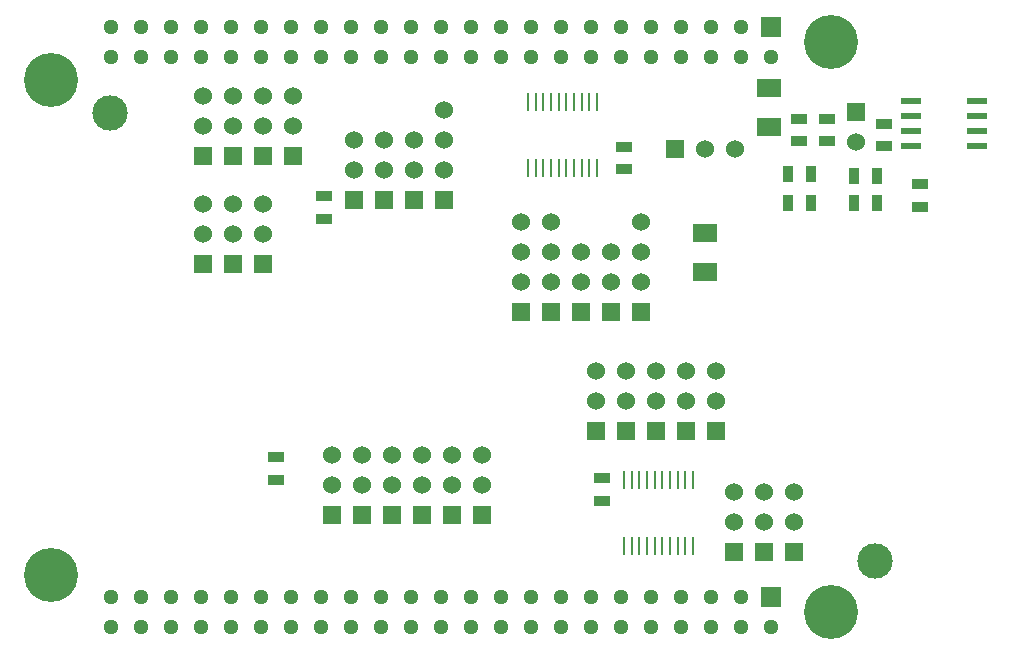
<source format=gts>
%TF.GenerationSoftware,KiCad,Pcbnew,(5.1.10)-1*%
%TF.CreationDate,2022-04-08T15:59:23-04:00*%
%TF.ProjectId,BBB-GVS-X4,4242422d-4756-4532-9d58-342e6b696361,0.3*%
%TF.SameCoordinates,PX5962530PY32436e8*%
%TF.FileFunction,Soldermask,Top*%
%TF.FilePolarity,Negative*%
%FSLAX46Y46*%
G04 Gerber Fmt 4.6, Leading zero omitted, Abs format (unit mm)*
G04 Created by KiCad (PCBNEW (5.1.10)-1) date 2022-04-08 15:59:23*
%MOMM*%
%LPD*%
G01*
G04 APERTURE LIST*
%ADD10R,0.250000X1.550000*%
%ADD11R,2.032000X1.524000*%
%ADD12R,1.397000X0.889000*%
%ADD13R,0.889000X1.397000*%
%ADD14R,1.524000X1.524000*%
%ADD15C,1.524000*%
%ADD16C,3.000000*%
%ADD17C,4.572000*%
%ADD18R,1.651000X1.651000*%
%ADD19C,1.300480*%
%ADD20R,1.651000X0.599440*%
G04 APERTURE END LIST*
D10*
%TO.C,U2*%
X46072000Y-13849000D03*
X46747000Y-13849000D03*
X47397000Y-13849000D03*
X48047000Y-13849000D03*
X48697000Y-13849000D03*
X49347000Y-13849000D03*
X49997000Y-13849000D03*
X50647000Y-13849000D03*
X51297000Y-13849000D03*
X51947000Y-13849000D03*
X51947000Y-8249000D03*
X51297000Y-8249000D03*
X50647000Y-8249000D03*
X49997000Y-8249000D03*
X49347000Y-8249000D03*
X48697000Y-8249000D03*
X48047000Y-8249000D03*
X47397000Y-8249000D03*
X46747000Y-8249000D03*
X46097000Y-8249000D03*
%TD*%
%TO.C,U4*%
X60100000Y-40253000D03*
X59425000Y-40253000D03*
X58775000Y-40253000D03*
X58125000Y-40253000D03*
X57475000Y-40253000D03*
X56825000Y-40253000D03*
X56175000Y-40253000D03*
X55525000Y-40253000D03*
X54875000Y-40253000D03*
X54225000Y-40253000D03*
X54225000Y-45853000D03*
X54875000Y-45853000D03*
X55525000Y-45853000D03*
X56175000Y-45853000D03*
X56825000Y-45853000D03*
X57475000Y-45853000D03*
X58125000Y-45853000D03*
X58775000Y-45853000D03*
X59425000Y-45853000D03*
X60075000Y-45853000D03*
%TD*%
D11*
%TO.C,F1*%
X61074000Y-22646000D03*
X61074000Y-19344000D03*
%TD*%
D12*
%TO.C,C3*%
X79248000Y-15176500D03*
X79248000Y-17081500D03*
%TD*%
%TO.C,C5*%
X52324000Y-41973500D03*
X52324000Y-40068500D03*
%TD*%
%TO.C,C2*%
X54229000Y-12001500D03*
X54229000Y-13906500D03*
%TD*%
%TO.C,C4*%
X24765000Y-40195500D03*
X24765000Y-38290500D03*
%TD*%
%TO.C,C1*%
X28829000Y-16192500D03*
X28829000Y-18097500D03*
%TD*%
D13*
%TO.C,D1*%
X68135500Y-16764000D03*
X70040500Y-16764000D03*
%TD*%
%TO.C,R3*%
X70040500Y-14351000D03*
X68135500Y-14351000D03*
%TD*%
D12*
%TO.C,R2*%
X71374000Y-11547500D03*
X71374000Y-9642500D03*
%TD*%
%TO.C,R1*%
X69074000Y-11547500D03*
X69074000Y-9642500D03*
%TD*%
D14*
%TO.C,J13*%
X48006000Y-26035000D03*
D15*
X48006000Y-23495000D03*
X48006000Y-20955000D03*
X48006000Y-18415000D03*
%TD*%
D14*
%TO.C,J11*%
X38989000Y-16510000D03*
D15*
X38989000Y-13970000D03*
X38989000Y-11430000D03*
X38989000Y-8890000D03*
%TD*%
D14*
%TO.C,J16*%
X55626000Y-26035000D03*
D15*
X55626000Y-23495000D03*
X55626000Y-20955000D03*
X55626000Y-18415000D03*
%TD*%
D14*
%TO.C,J12*%
X45466000Y-26035000D03*
D15*
X45466000Y-23495000D03*
X45466000Y-20955000D03*
X45466000Y-18415000D03*
%TD*%
D14*
%TO.C,J15*%
X53086000Y-26035000D03*
D15*
X53086000Y-23495000D03*
X53086000Y-20955000D03*
%TD*%
D14*
%TO.C,J28*%
X59436000Y-36068000D03*
D15*
X59436000Y-33528000D03*
X59436000Y-30988000D03*
%TD*%
D14*
%TO.C,J29*%
X61976000Y-36068000D03*
D15*
X61976000Y-33528000D03*
X61976000Y-30988000D03*
%TD*%
D14*
%TO.C,J32*%
X68580000Y-46355000D03*
D15*
X68580000Y-43815000D03*
X68580000Y-41275000D03*
%TD*%
D14*
%TO.C,J31*%
X66040000Y-46355000D03*
D15*
X66040000Y-43815000D03*
X66040000Y-41275000D03*
%TD*%
D14*
%TO.C,J30*%
X63500000Y-46355000D03*
D15*
X63500000Y-43815000D03*
X63500000Y-41275000D03*
%TD*%
D14*
%TO.C,J17*%
X29464000Y-43180000D03*
D15*
X29464000Y-40640000D03*
X29464000Y-38100000D03*
%TD*%
D14*
%TO.C,J18*%
X32004000Y-43180000D03*
D15*
X32004000Y-40640000D03*
X32004000Y-38100000D03*
%TD*%
D14*
%TO.C,J19*%
X34544000Y-43180000D03*
D15*
X34544000Y-40640000D03*
X34544000Y-38100000D03*
%TD*%
D14*
%TO.C,J20*%
X37084000Y-43180000D03*
D15*
X37084000Y-40640000D03*
X37084000Y-38100000D03*
%TD*%
D14*
%TO.C,J21*%
X39624000Y-43180000D03*
D15*
X39624000Y-40640000D03*
X39624000Y-38100000D03*
%TD*%
D14*
%TO.C,J22*%
X42164000Y-43180000D03*
D15*
X42164000Y-40640000D03*
X42164000Y-38100000D03*
%TD*%
D14*
%TO.C,J1*%
X18542000Y-12827000D03*
D15*
X18542000Y-10287000D03*
X18542000Y-7747000D03*
%TD*%
D14*
%TO.C,J3*%
X23622000Y-12827000D03*
D15*
X23622000Y-10287000D03*
X23622000Y-7747000D03*
%TD*%
D14*
%TO.C,J5*%
X18567400Y-21971000D03*
D15*
X18567400Y-19431000D03*
X18567400Y-16891000D03*
%TD*%
D14*
%TO.C,J6*%
X21082000Y-21971000D03*
D15*
X21082000Y-19431000D03*
X21082000Y-16891000D03*
%TD*%
D14*
%TO.C,J4*%
X26162000Y-12827000D03*
D15*
X26162000Y-10287000D03*
X26162000Y-7747000D03*
%TD*%
D14*
%TO.C,J7*%
X23622000Y-21971000D03*
D15*
X23622000Y-19431000D03*
X23622000Y-16891000D03*
%TD*%
D14*
%TO.C,J9*%
X33909000Y-16510000D03*
D15*
X33909000Y-13970000D03*
X33909000Y-11430000D03*
%TD*%
D14*
%TO.C,J10*%
X36449000Y-16510000D03*
D15*
X36449000Y-13970000D03*
X36449000Y-11430000D03*
%TD*%
D14*
%TO.C,J14*%
X50546000Y-26035000D03*
D15*
X50546000Y-23495000D03*
X50546000Y-20955000D03*
%TD*%
D14*
%TO.C,J25*%
X51816000Y-36068000D03*
D15*
X51816000Y-33528000D03*
X51816000Y-30988000D03*
%TD*%
D14*
%TO.C,J26*%
X54356000Y-36068000D03*
D15*
X54356000Y-33528000D03*
X54356000Y-30988000D03*
%TD*%
D14*
%TO.C,J27*%
X56896000Y-36068000D03*
D15*
X56896000Y-33528000D03*
X56896000Y-30988000D03*
%TD*%
D14*
%TO.C,J2*%
X21082000Y-12827000D03*
D15*
X21082000Y-10287000D03*
X21082000Y-7747000D03*
%TD*%
D16*
%TO.C,FID2*%
X75438000Y-47117000D03*
%TD*%
%TO.C,FID1*%
X10668000Y-9144000D03*
%TD*%
D14*
%TO.C,J8*%
X31369000Y-16510000D03*
D15*
X31369000Y-13970000D03*
X31369000Y-11430000D03*
%TD*%
D14*
%TO.C,J23*%
X58547000Y-12192000D03*
D15*
X61087000Y-12192000D03*
X63627000Y-12192000D03*
%TD*%
D11*
%TO.C,F2*%
X66474000Y-10346000D03*
X66474000Y-7044000D03*
%TD*%
D17*
%TO.C,BRD1*%
X5715000Y-6350000D03*
X71755000Y-3175000D03*
X71755000Y-51435000D03*
X5715000Y-48260000D03*
D18*
X66675000Y-1905000D03*
D19*
X66675000Y-4445000D03*
X64135000Y-1905000D03*
X64135000Y-4445000D03*
X61595000Y-1905000D03*
X61595000Y-4445000D03*
X59055000Y-1905000D03*
X59055000Y-4445000D03*
X56515000Y-1905000D03*
X56515000Y-4445000D03*
X53975000Y-1905000D03*
X53975000Y-4445000D03*
X51435000Y-1905000D03*
X51435000Y-4445000D03*
X48895000Y-1905000D03*
X48895000Y-4445000D03*
X46355000Y-1905000D03*
X46355000Y-4445000D03*
X43815000Y-1905000D03*
X43815000Y-4445000D03*
X41275000Y-1905000D03*
X41275000Y-4445000D03*
X38735000Y-1905000D03*
X38735000Y-4445000D03*
X36195000Y-1905000D03*
X36195000Y-4445000D03*
X33655000Y-1905000D03*
X33655000Y-4445000D03*
X31115000Y-1905000D03*
X31115000Y-4445000D03*
X28575000Y-1905000D03*
X28575000Y-4445000D03*
X26035000Y-1905000D03*
X26035000Y-4445000D03*
X23495000Y-1905000D03*
X23495000Y-4445000D03*
X20955000Y-1905000D03*
X20955000Y-4445000D03*
X18415000Y-1905000D03*
X18415000Y-4445000D03*
X15875000Y-1905000D03*
X15875000Y-4445000D03*
X13335000Y-1905000D03*
X13335000Y-4445000D03*
X10795000Y-1905000D03*
X10795000Y-4445000D03*
D18*
X66675000Y-50165000D03*
D19*
X66675000Y-52705000D03*
X64135000Y-50165000D03*
X64135000Y-52705000D03*
X61595000Y-50165000D03*
X61595000Y-52705000D03*
X59055000Y-50165000D03*
X59055000Y-52705000D03*
X56515000Y-50165000D03*
X56515000Y-52705000D03*
X53975000Y-50165000D03*
X53975000Y-52705000D03*
X51435000Y-50165000D03*
X51435000Y-52705000D03*
X48895000Y-50165000D03*
X48895000Y-52705000D03*
X46355000Y-50165000D03*
X46355000Y-52705000D03*
X43815000Y-50165000D03*
X43815000Y-52705000D03*
X41275000Y-50165000D03*
X41275000Y-52705000D03*
X38735000Y-50165000D03*
X38735000Y-52705000D03*
X36195000Y-50165000D03*
X36195000Y-52705000D03*
X33655000Y-50165000D03*
X33655000Y-52705000D03*
X31115000Y-50165000D03*
X31115000Y-52705000D03*
X28575000Y-50165000D03*
X28575000Y-52705000D03*
X26035000Y-50165000D03*
X26035000Y-52705000D03*
X23495000Y-50165000D03*
X23495000Y-52705000D03*
X20955000Y-50165000D03*
X20955000Y-52705000D03*
X18415000Y-50165000D03*
X18415000Y-52705000D03*
X15875000Y-50165000D03*
X15875000Y-52705000D03*
X13335000Y-50165000D03*
X13335000Y-52705000D03*
X10795000Y-50165000D03*
X10795000Y-52705000D03*
%TD*%
D13*
%TO.C,D2*%
X73723500Y-16764000D03*
X75628500Y-16764000D03*
%TD*%
%TO.C,R4*%
X75628500Y-14478000D03*
X73723500Y-14478000D03*
%TD*%
D20*
%TO.C,U3*%
X78486000Y-11938000D03*
X84074000Y-11938000D03*
X78486000Y-10668000D03*
X78486000Y-9398000D03*
X78486000Y-8128000D03*
X84074000Y-10668000D03*
X84074000Y-9398000D03*
X84074000Y-8128000D03*
%TD*%
D12*
%TO.C,R8*%
X76274000Y-11947500D03*
X76274000Y-10042500D03*
%TD*%
D14*
%TO.C,J33*%
X73827640Y-9027160D03*
D15*
X73827640Y-11567160D03*
%TD*%
M02*

</source>
